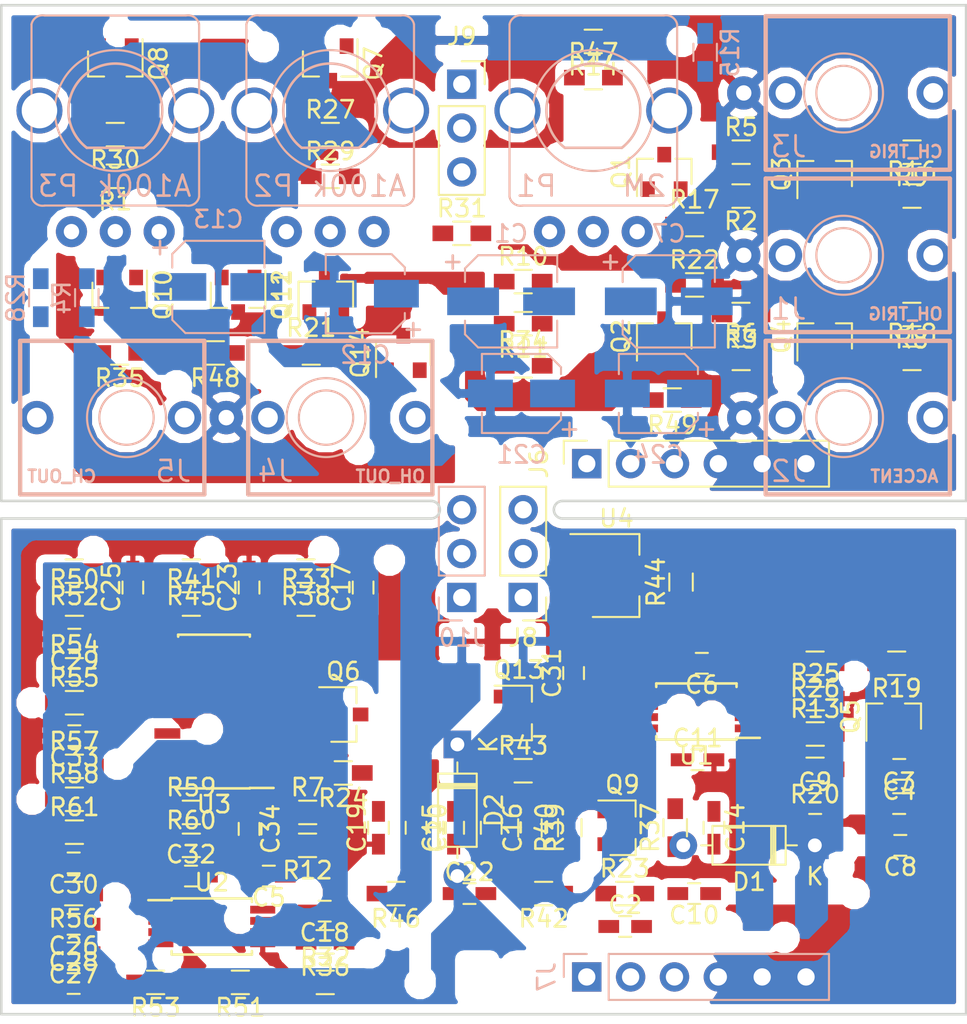
<source format=kicad_pcb>
(kicad_pcb (version 20171130) (host pcbnew "(5.0.1)-4")
  (layers (0 F.Cu signal) (31 B.Cu signal) (34 B.Paste user) (35 F.Paste user) (36 B.SilkS user) (37 F.SilkS user) (38 B.Mask user) (39 F.Mask user) (44 Edge.Cuts user))
  (net 0 "")
  (net 1 "Net-(C1-Pad1)")
  (net 2 "Net-(C3-Pad2)")
  (net 3 "Net-(C4-Pad2)")
  (net 4 NOISE)
  (net 5 "Net-(C5-Pad1)")
  (net 6 GND)
  (net 7 -12V)
  (net 8 "Net-(C7-Pad1)")
  (net 9 "Net-(C8-Pad2)")
  (net 10 "Net-(C10-Pad2)")
  (net 11 "Net-(C10-Pad1)")
  (net 12 +12V)
  (net 13 "Net-(C12-Pad1)")
  (net 14 "Net-(C13-Pad1)")
  (net 15 "Net-(C15-Pad2)")
  (net 16 "Net-(C16-Pad2)")
  (net 17 "Net-(C17-Pad1)")
  (net 18 "Net-(C18-Pad1)")
  (net 19 "Net-(C19-Pad2)")
  (net 20 "Net-(C22-Pad2)")
  (net 21 "Net-(C22-Pad1)")
  (net 22 "Net-(C23-Pad1)")
  (net 23 "Net-(C24-Pad1)")
  (net 24 "Net-(C25-Pad1)")
  (net 25 "Net-(C26-Pad1)")
  (net 26 "Net-(C26-Pad2)")
  (net 27 "Net-(C29-Pad1)")
  (net 28 "Net-(C30-Pad2)")
  (net 29 "Net-(C30-Pad1)")
  (net 30 +5V)
  (net 31 "Net-(C33-Pad1)")
  (net 32 "Net-(C34-Pad1)")
  (net 33 "Net-(P1-Pad2)")
  (net 34 "Net-(Q8-Pad1)")
  (net 35 "Net-(Q8-Pad2)")
  (net 36 "Net-(Q3-Pad3)")
  (net 37 "Net-(Q4-Pad3)")
  (net 38 "Net-(R12-Pad1)")
  (net 39 "Net-(Q2-Pad3)")
  (net 40 "Net-(Q7-Pad3)")
  (net 41 "Net-(Q1-Pad3)")
  (net 42 "Net-(Q14-Pad3)")
  (net 43 "Net-(R25-Pad1)")
  (net 44 "Net-(R32-Pad2)")
  (net 45 "Net-(R33-Pad1)")
  (net 46 "Net-(Q11-Pad3)")
  (net 47 "Net-(R41-Pad1)")
  (net 48 "Net-(R44-Pad1)")
  (net 49 "Net-(R50-Pad1)")
  (net 50 "Net-(R54-Pad1)")
  (net 51 "Net-(R57-Pad1)")
  (net 52 "Net-(R59-Pad1)")
  (net 53 "Net-(U2-Pad6)")
  (net 54 OH_LVL1)
  (net 55 OH_LVL2)
  (net 56 TO_OH)
  (net 57 CH_LVL1)
  (net 58 CH_LVL2)
  (net 59 TO_CH)
  (net 60 "Net-(C21-Pad1)")
  (net 61 "Net-(J1-PadT)")
  (net 62 "Net-(J1-PadTN)")
  (net 63 "Net-(J2-PadT)")
  (net 64 "Net-(J2-PadTN)")
  (net 65 "Net-(J3-PadTN)")
  (net 66 "Net-(J3-PadT)")
  (net 67 "Net-(J4-PadTN)")
  (net 68 "Net-(J4-PadT)")
  (net 69 "Net-(J5-PadT)")
  (net 70 "Net-(J5-PadTN)")
  (net 71 "Net-(Q1-Pad1)")
  (net 72 "Net-(Q2-Pad1)")
  (net 73 "Net-(Q3-Pad1)")
  (net 74 "Net-(Q4-Pad1)")
  (net 75 "Net-(Q6-Pad2)")
  (net 76 "Net-(Q7-Pad1)")
  (net 77 "Net-(Q10-Pad1)")
  (net 78 "Net-(Q11-Pad1)")
  (net 79 "Net-(Q12-Pad1)")
  (net 80 "Net-(Q13-Pad2)")
  (net 81 "Net-(Q14-Pad1)")
  (module Capacitors_SMD:CP_Elec_5x5.8 (layer B.Cu) (at 118.4275 80.645)
    (fp_text reference C1 (at 0 -3.92) (layer B.SilkS) (effects (justify mirror)))
    (fp_text value 33u)
    (fp_text user + (at -3.38 -2.35) (layer B.SilkS) (effects (justify mirror)))
    (pad 1 smd rect (at -2.2 0 180) (size 3 1.6) (layers B.Cu B.Paste B.Mask) (net 1 "Net-(C1-Pad1)"))
    (pad 2 smd rect (at 2.2 0 180) (size 3 1.6) (layers B.Cu B.Paste B.Mask) (net 54 OH_LVL1))
  )
  (module Capacitors_SMD:C_0603_HandSoldering (layer F.Cu) (at 125.034 116.84)
    (fp_text reference C2 (at 0 -1.25) (layer F.SilkS))
    (fp_text value 220p)
    (pad 1 smd rect (at -0.95 0) (size 1.2 0.75) (layers F.Cu F.Paste F.Mask) (net 54 OH_LVL1))
    (pad 2 smd rect (at 0.95 0) (size 1.2 0.75) (layers F.Cu F.Paste F.Mask) (net 55 OH_LVL2))
  )
  (module Capacitors_SMD:C_0603_HandSoldering (layer F.Cu) (at 140.904 109.7238)
    (fp_text reference C3 (at 0 -1.25) (layer F.SilkS))
    (fp_text value 1n5)
    (pad 1 smd rect (at -0.95 0) (size 1.2 0.75) (layers F.Cu F.Paste F.Mask) (net 56 TO_OH))
    (pad 2 smd rect (at 0.95 0) (size 1.2 0.75) (layers F.Cu F.Paste F.Mask) (net 2 "Net-(C3-Pad2)"))
  )
  (module Capacitors_SMD:C_0603_HandSoldering (layer F.Cu) (at 140.909 107.7416 180)
    (fp_text reference C4 (at 0 -1.25 180) (layer F.SilkS))
    (fp_text value 1n5)
    (pad 1 smd rect (at -0.95 0 180) (size 1.2 0.75) (layers F.Cu F.Paste F.Mask) (net 2 "Net-(C3-Pad2)"))
    (pad 2 smd rect (at 0.95 0 180) (size 1.2 0.75) (layers F.Cu F.Paste F.Mask) (net 3 "Net-(C4-Pad2)"))
  )
  (module Capacitors_SMD:C_0603_HandSoldering (layer F.Cu) (at 104.394 113.919 180)
    (fp_text reference C5 (at 0 -1.25 180) (layer F.SilkS))
    (fp_text value 22n)
    (pad 1 smd rect (at -0.95 0 180) (size 1.2 0.75) (layers F.Cu F.Paste F.Mask) (net 5 "Net-(C5-Pad1)"))
    (pad 2 smd rect (at 0.95 0 180) (size 1.2 0.75) (layers F.Cu F.Paste F.Mask) (net 4 NOISE))
  )
  (module Capacitors_SMD:C_0603_HandSoldering (layer F.Cu) (at 129.474 101.6 180)
    (fp_text reference C6 (at 0 -1.25 180) (layer F.SilkS))
    (fp_text value 100n)
    (pad 1 smd rect (at -0.95 0 180) (size 1.2 0.75) (layers F.Cu F.Paste F.Mask) (net 12 +12V))
    (pad 2 smd rect (at 0.95 0 180) (size 1.2 0.75) (layers F.Cu F.Paste F.Mask) (net 6 GND))
  )
  (module Capacitors_SMD:CP_Elec_5x5.8 (layer B.Cu) (at 127.5585 80.645)
    (fp_text reference C7 (at 0 -3.92) (layer B.SilkS) (effects (justify mirror)))
    (fp_text value 47u)
    (fp_text user + (at -3.38 -2.35) (layer B.SilkS) (effects (justify mirror)))
    (pad 1 smd rect (at -2.2 0 180) (size 3 1.6) (layers B.Cu B.Paste B.Mask) (net 8 "Net-(C7-Pad1)"))
    (pad 2 smd rect (at 2.2 0 180) (size 3 1.6) (layers B.Cu B.Paste B.Mask) (net 6 GND))
  )
  (module Capacitors_SMD:C_0603_HandSoldering (layer F.Cu) (at 140.97 112.141 180)
    (fp_text reference C8 (at 0 -1.25 180) (layer F.SilkS))
    (fp_text value 1n5)
    (pad 1 smd rect (at -0.95 0 180) (size 1.2 0.75) (layers F.Cu F.Paste F.Mask) (net 6 GND))
    (pad 2 smd rect (at 0.95 0 180) (size 1.2 0.75) (layers F.Cu F.Paste F.Mask) (net 9 "Net-(C8-Pad2)"))
  )
  (module Capacitors_SMD:C_0603_HandSoldering (layer F.Cu) (at 136.0375 109.7238)
    (fp_text reference C9 (at 0 -1.25) (layer F.SilkS))
    (fp_text value 1n5)
    (pad 1 smd rect (at -0.95 0) (size 1.2 0.75) (layers F.Cu F.Paste F.Mask) (net 6 GND))
    (pad 2 smd rect (at 0.95 0) (size 1.2 0.75) (layers F.Cu F.Paste F.Mask) (net 56 TO_OH))
  )
  (module Capacitors_SMD:C_0603_HandSoldering (layer F.Cu) (at 129.032 114.935 180)
    (fp_text reference C10 (at 0 -1.25 180) (layer F.SilkS))
    (fp_text value 470p)
    (pad 1 smd rect (at -0.95 0 180) (size 1.2 0.75) (layers F.Cu F.Paste F.Mask) (net 11 "Net-(C10-Pad1)"))
    (pad 2 smd rect (at 0.95 0 180) (size 1.2 0.75) (layers F.Cu F.Paste F.Mask) (net 10 "Net-(C10-Pad2)"))
  )
  (module Capacitors_SMD:C_0603_HandSoldering (layer F.Cu) (at 129.225 107.188)
    (fp_text reference C11 (at 0 -1.25) (layer F.SilkS))
    (fp_text value 100n)
    (pad 1 smd rect (at -0.95 0) (size 1.2 0.75) (layers F.Cu F.Paste F.Mask) (net 6 GND))
    (pad 2 smd rect (at 0.95 0) (size 1.2 0.75) (layers F.Cu F.Paste F.Mask) (net 7 -12V))
  )
  (module Capacitors_SMD:CP_Elec_4x5.8 (layer B.Cu) (at 109.982 80.2005 180)
    (fp_text reference C12 (at 0 -3.54 180) (layer B.SilkS) (effects (justify mirror)))
    (fp_text value 0.47u)
    (fp_text user + (at -2.78 -2.01 180) (layer B.SilkS) (effects (justify mirror)))
    (pad 1 smd rect (at -1.8 0) (size 2.6 1.6) (layers B.Cu B.Paste B.Mask) (net 13 "Net-(C12-Pad1)"))
    (pad 2 smd rect (at 1.8 0) (size 2.6 1.6) (layers B.Cu B.Paste B.Mask) (net 6 GND))
  )
  (module Capacitors_SMD:CP_Elec_5x5.8 (layer B.Cu) (at 101.473 79.8105)
    (fp_text reference C13 (at 0 -3.92) (layer B.SilkS) (effects (justify mirror)))
    (fp_text value 33u)
    (fp_text user + (at -3.38 -2.35) (layer B.SilkS) (effects (justify mirror)))
    (pad 1 smd rect (at -2.2 0 180) (size 3 1.6) (layers B.Cu B.Paste B.Mask) (net 14 "Net-(C13-Pad1)"))
    (pad 2 smd rect (at 2.2 0 180) (size 3 1.6) (layers B.Cu B.Paste B.Mask) (net 57 CH_LVL1))
  )
  (module Capacitors_SMD:C_0603_HandSoldering (layer F.Cu) (at 130.175 111.125 270)
    (fp_text reference C14 (at 0 -1.25 270) (layer F.SilkS))
    (fp_text value 220p)
    (pad 1 smd rect (at -0.95 0 270) (size 1.2 0.75) (layers F.Cu F.Paste F.Mask) (net 57 CH_LVL1))
    (pad 2 smd rect (at 0.95 0 270) (size 1.2 0.75) (layers F.Cu F.Paste F.Mask) (net 58 CH_LVL2))
  )
  (module Capacitors_SMD:C_0603_HandSoldering (layer F.Cu) (at 115.0988 111.125 90)
    (fp_text reference C15 (at 0 -1.25 90) (layer F.SilkS))
    (fp_text value 1n)
    (pad 1 smd rect (at -0.95 0 90) (size 1.2 0.75) (layers F.Cu F.Paste F.Mask) (net 59 TO_CH))
    (pad 2 smd rect (at 0.95 0 90) (size 1.2 0.75) (layers F.Cu F.Paste F.Mask) (net 15 "Net-(C15-Pad2)"))
  )
  (module Capacitors_SMD:C_0603_HandSoldering (layer F.Cu) (at 117.2762 111.125 270)
    (fp_text reference C16 (at 0 -1.25 270) (layer F.SilkS))
    (fp_text value 1n)
    (pad 1 smd rect (at -0.95 0 270) (size 1.2 0.75) (layers F.Cu F.Paste F.Mask) (net 15 "Net-(C15-Pad2)"))
    (pad 2 smd rect (at 0.95 0 270) (size 1.2 0.75) (layers F.Cu F.Paste F.Mask) (net 16 "Net-(C16-Pad2)"))
  )
  (module Capacitors_SMD:C_0603_HandSoldering (layer F.Cu) (at 109.855 97.216 90)
    (fp_text reference C17 (at 0 -1.25 90) (layer F.SilkS))
    (fp_text value 22n)
    (pad 1 smd rect (at -0.95 0 90) (size 1.2 0.75) (layers F.Cu F.Paste F.Mask) (net 17 "Net-(C17-Pad1)"))
    (pad 2 smd rect (at 0.95 0 90) (size 1.2 0.75) (layers F.Cu F.Paste F.Mask) (net 6 GND))
  )
  (module Capacitors_SMD:C_0603_HandSoldering (layer F.Cu) (at 107.63 115.951 180)
    (fp_text reference C18 (at 0 -1.25 180) (layer F.SilkS))
    (fp_text value 22n)
    (pad 1 smd rect (at -0.95 0 180) (size 1.2 0.75) (layers F.Cu F.Paste F.Mask) (net 18 "Net-(C18-Pad1)"))
    (pad 2 smd rect (at 0.95 0 180) (size 1.2 0.75) (layers F.Cu F.Paste F.Mask) (net 4 NOISE))
  )
  (module Capacitors_SMD:C_0603_HandSoldering (layer F.Cu) (at 110.744 111.125 90)
    (fp_text reference C19 (at 0 -1.25 90) (layer F.SilkS))
    (fp_text value 1n5)
    (pad 1 smd rect (at -0.95 0 90) (size 1.2 0.75) (layers F.Cu F.Paste F.Mask) (net 6 GND))
    (pad 2 smd rect (at 0.95 0 90) (size 1.2 0.75) (layers F.Cu F.Paste F.Mask) (net 19 "Net-(C19-Pad2)"))
  )
  (module Capacitors_SMD:C_0603_HandSoldering (layer F.Cu) (at 112.9214 111.125 270)
    (fp_text reference C20 (at 0 -1.25 270) (layer F.SilkS))
    (fp_text value 1n5)
    (pad 1 smd rect (at -0.95 0 270) (size 1.2 0.75) (layers F.Cu F.Paste F.Mask) (net 6 GND))
    (pad 2 smd rect (at 0.95 0 270) (size 1.2 0.75) (layers F.Cu F.Paste F.Mask) (net 59 TO_CH))
  )
  (module Capacitors_SMD:CP_Elec_4x5.8 (layer B.Cu) (at 119.0275 85.979 180)
    (fp_text reference C21 (at 0 -3.54 180) (layer B.SilkS) (effects (justify mirror)))
    (fp_text value 10u)
    (fp_text user + (at -2.78 -2.01 180) (layer B.SilkS) (effects (justify mirror)))
    (pad 1 smd rect (at -1.8 0) (size 2.6 1.6) (layers B.Cu B.Paste B.Mask) (net 60 "Net-(C21-Pad1)"))
    (pad 2 smd rect (at 1.8 0) (size 2.6 1.6) (layers B.Cu B.Paste B.Mask) (net 6 GND))
  )
  (module Capacitors_SMD:C_0603_HandSoldering (layer F.Cu) (at 116.017 114.935)
    (fp_text reference C22 (at 0 -1.25) (layer F.SilkS))
    (fp_text value 470p)
    (pad 1 smd rect (at -0.95 0) (size 1.2 0.75) (layers F.Cu F.Paste F.Mask) (net 21 "Net-(C22-Pad1)"))
    (pad 2 smd rect (at 0.95 0) (size 1.2 0.75) (layers F.Cu F.Paste F.Mask) (net 20 "Net-(C22-Pad2)"))
  )
  (module Capacitors_SMD:C_0603_HandSoldering (layer F.Cu) (at 103.251 97.216 90)
    (fp_text reference C23 (at 0 -1.25 90) (layer F.SilkS))
    (fp_text value 18n)
    (pad 1 smd rect (at -0.95 0 90) (size 1.2 0.75) (layers F.Cu F.Paste F.Mask) (net 22 "Net-(C23-Pad1)"))
    (pad 2 smd rect (at 0.95 0 90) (size 1.2 0.75) (layers F.Cu F.Paste F.Mask) (net 6 GND))
  )
  (module Capacitors_SMD:CP_Elec_4x5.8 (layer B.Cu) (at 126.9585 85.979 180)
    (fp_text reference C24 (at 0 -3.54 180) (layer B.SilkS) (effects (justify mirror)))
    (fp_text value 0.47u)
    (fp_text user + (at -2.78 -2.01 180) (layer B.SilkS) (effects (justify mirror)))
    (pad 1 smd rect (at -1.8 0) (size 2.6 1.6) (layers B.Cu B.Paste B.Mask) (net 23 "Net-(C24-Pad1)"))
    (pad 2 smd rect (at 1.8 0) (size 2.6 1.6) (layers B.Cu B.Paste B.Mask) (net 6 GND))
  )
  (module Capacitors_SMD:C_0603_HandSoldering (layer F.Cu) (at 96.52 97.216 90)
    (fp_text reference C25 (at 0 -1.25 90) (layer F.SilkS))
    (fp_text value 18n)
    (pad 1 smd rect (at -0.95 0 90) (size 1.2 0.75) (layers F.Cu F.Paste F.Mask) (net 24 "Net-(C25-Pad1)"))
    (pad 2 smd rect (at 0.95 0 90) (size 1.2 0.75) (layers F.Cu F.Paste F.Mask) (net 6 GND))
  )
  (module Capacitors_SMD:C_0603_HandSoldering (layer F.Cu) (at 93.091 116.713 180)
    (fp_text reference C26 (at 0 -1.25 180) (layer F.SilkS))
    (fp_text value 3n3)
    (pad 1 smd rect (at -0.95 0 180) (size 1.2 0.75) (layers F.Cu F.Paste F.Mask) (net 25 "Net-(C26-Pad1)"))
    (pad 2 smd rect (at 0.95 0 180) (size 1.2 0.75) (layers F.Cu F.Paste F.Mask) (net 26 "Net-(C26-Pad2)"))
  )
  (module Capacitors_SMD:C_0603_HandSoldering (layer F.Cu) (at 93.091 118.364 180)
    (fp_text reference C27 (at 0 -1.25 180) (layer F.SilkS))
    (fp_text value 3n3)
    (pad 1 smd rect (at -0.95 0 180) (size 1.2 0.75) (layers F.Cu F.Paste F.Mask) (net 4 NOISE))
    (pad 2 smd rect (at 0.95 0 180) (size 1.2 0.75) (layers F.Cu F.Paste F.Mask) (net 25 "Net-(C26-Pad1)"))
  )
  (module Capacitors_SMD:C_0603_HandSoldering (layer F.Cu) (at 93.091 120.142)
    (fp_text reference C28 (at 0 -1.25) (layer F.SilkS))
    (fp_text value 100n)
    (pad 1 smd rect (at -0.95 0) (size 1.2 0.75) (layers F.Cu F.Paste F.Mask) (net 6 GND))
    (pad 2 smd rect (at 0.95 0) (size 1.2 0.75) (layers F.Cu F.Paste F.Mask) (net 12 +12V))
  )
  (module Capacitors_SMD:C_0603_HandSoldering (layer F.Cu) (at 93.129 100.203 180)
    (fp_text reference C29 (at 0 -1.25 180) (layer F.SilkS))
    (fp_text value 10n)
    (pad 1 smd rect (at -0.95 0 180) (size 1.2 0.75) (layers F.Cu F.Paste F.Mask) (net 27 "Net-(C29-Pad1)"))
    (pad 2 smd rect (at 0.95 0 180) (size 1.2 0.75) (layers F.Cu F.Paste F.Mask) (net 6 GND))
  )
  (module Capacitors_SMD:C_0603_HandSoldering (layer F.Cu) (at 93.091 113.157 180)
    (fp_text reference C30 (at 0 -1.25 180) (layer F.SilkS))
    (fp_text value 1n)
    (pad 1 smd rect (at -0.95 0 180) (size 1.2 0.75) (layers F.Cu F.Paste F.Mask) (net 29 "Net-(C30-Pad1)"))
    (pad 2 smd rect (at 0.95 0 180) (size 1.2 0.75) (layers F.Cu F.Paste F.Mask) (net 28 "Net-(C30-Pad2)"))
  )
  (module Capacitors_SMD:C_0603_HandSoldering (layer F.Cu) (at 122.047 102.169 90)
    (fp_text reference C31 (at 0 -1.25 90) (layer F.SilkS))
    (fp_text value 2.2u)
    (pad 1 smd rect (at -0.95 0 90) (size 1.2 0.75) (layers F.Cu F.Paste F.Mask) (net 6 GND))
    (pad 2 smd rect (at 0.95 0 90) (size 1.2 0.75) (layers F.Cu F.Paste F.Mask) (net 30 +5V))
  )
  (module Capacitors_SMD:C_0603_HandSoldering (layer F.Cu) (at 99.888 113.919)
    (fp_text reference C32 (at 0 -1.25) (layer F.SilkS))
    (fp_text value 100n)
    (pad 1 smd rect (at -0.95 0) (size 1.2 0.75) (layers F.Cu F.Paste F.Mask) (net 7 -12V))
    (pad 2 smd rect (at 0.95 0) (size 1.2 0.75) (layers F.Cu F.Paste F.Mask) (net 6 GND))
  )
  (module Capacitors_SMD:C_0603_HandSoldering (layer F.Cu) (at 93.129 105.791 180)
    (fp_text reference C33 (at 0 -1.25 180) (layer F.SilkS))
    (fp_text value 10n)
    (pad 1 smd rect (at -0.95 0 180) (size 1.2 0.75) (layers F.Cu F.Paste F.Mask) (net 31 "Net-(C33-Pad1)"))
    (pad 2 smd rect (at 0.95 0 180) (size 1.2 0.75) (layers F.Cu F.Paste F.Mask) (net 6 GND))
  )
  (module Capacitors_SMD:C_0603_HandSoldering (layer F.Cu) (at 103.251 111.191 270)
    (fp_text reference C34 (at 0 -1.25 270) (layer F.SilkS))
    (fp_text value 18n)
    (pad 1 smd rect (at -0.95 0 270) (size 1.2 0.75) (layers F.Cu F.Paste F.Mask) (net 32 "Net-(C34-Pad1)"))
    (pad 2 smd rect (at 0.95 0 270) (size 1.2 0.75) (layers F.Cu F.Paste F.Mask) (net 6 GND))
  )
  (module Resistors_SMD:R_0603_HandSoldering (layer F.Cu) (at 95.498837 73.406 180)
    (fp_text reference R1 (at 0 -1.45 180) (layer F.SilkS))
    (fp_text value 33k)
    (pad 1 smd rect (at -1.1 0 180) (size 1.2 0.9) (layers F.Cu F.Paste F.Mask) (net 56 TO_OH))
    (pad 2 smd rect (at 1.1 0 180) (size 1.2 0.9) (layers F.Cu F.Paste F.Mask) (net 35 "Net-(Q8-Pad2)"))
  )
  (module Resistors_SMD:R_0603_HandSoldering (layer F.Cu) (at 131.742 74.549 180)
    (fp_text reference R2 (at 0 -1.45 180) (layer F.SilkS))
    (fp_text value 4k7)
    (pad 1 smd rect (at -1.1 0 180) (size 1.2 0.9) (layers F.Cu F.Paste F.Mask) (net 63 "Net-(J2-PadT)"))
    (pad 2 smd rect (at 1.1 0 180) (size 1.2 0.9) (layers F.Cu F.Paste F.Mask) (net 71 "Net-(Q1-Pad1)"))
  )
  (module Resistors_SMD:R_0603_HandSoldering (layer F.Cu) (at 131.742 81.407 180)
    (fp_text reference R3 (at 0 -1.45 180) (layer F.SilkS))
    (fp_text value 4k7)
    (pad 1 smd rect (at -1.1 0 180) (size 1.2 0.9) (layers F.Cu F.Paste F.Mask) (net 63 "Net-(J2-PadT)"))
    (pad 2 smd rect (at 1.1 0 180) (size 1.2 0.9) (layers F.Cu F.Paste F.Mask) (net 72 "Net-(Q2-Pad1)"))
  )
  (module Resistors_SMD:R_0603_HandSoldering (layer B.Cu) (at 93.853 80.434 270)
    (fp_text reference R4 (at 0 1.45 270) (layer B.SilkS) (effects (justify mirror)))
    (fp_text value 1k)
    (pad 2 smd rect (at 1.1 0 270) (size 1.2 0.9) (layers B.Cu B.Paste B.Mask) (net 68 "Net-(J4-PadT)"))
    (pad 1 smd rect (at -1.1 0 270) (size 1.2 0.9) (layers B.Cu B.Paste B.Mask) (net 55 OH_LVL2))
  )
  (module Resistors_SMD:R_0603_HandSoldering (layer F.Cu) (at 131.752 72.009)
    (fp_text reference R5 (at 0 -1.45) (layer F.SilkS))
    (fp_text value 22k)
    (pad 1 smd rect (at -1.1 0) (size 1.2 0.9) (layers F.Cu F.Paste F.Mask) (net 71 "Net-(Q1-Pad1)"))
    (pad 2 smd rect (at 1.1 0) (size 1.2 0.9) (layers F.Cu F.Paste F.Mask) (net 36 "Net-(Q3-Pad3)"))
  )
  (module Resistors_SMD:R_0603_HandSoldering (layer F.Cu) (at 131.752 83.947)
    (fp_text reference R6 (at 0 -1.45) (layer F.SilkS))
    (fp_text value 22k)
    (pad 1 smd rect (at -1.1 0) (size 1.2 0.9) (layers F.Cu F.Paste F.Mask) (net 72 "Net-(Q2-Pad1)"))
    (pad 2 smd rect (at 1.1 0) (size 1.2 0.9) (layers F.Cu F.Paste F.Mask) (net 37 "Net-(Q4-Pad3)"))
  )
  (module Resistors_SMD:R_0603_HandSoldering (layer F.Cu) (at 106.647 110.236)
    (fp_text reference R7 (at 0 -1.45) (layer F.SilkS))
    (fp_text value 1M)
    (pad 1 smd rect (at -1.1 0) (size 1.2 0.9) (layers F.Cu F.Paste F.Mask) (net 12 +12V))
    (pad 2 smd rect (at 1.1 0) (size 1.2 0.9) (layers F.Cu F.Paste F.Mask) (net 38 "Net-(R12-Pad1)"))
  )
  (module Resistors_SMD:R_0603_HandSoldering (layer F.Cu) (at 141.638 81.407 180)
    (fp_text reference R8 (at 0 -1.45 180) (layer F.SilkS))
    (fp_text value 22k)
    (pad 1 smd rect (at -1.1 0 180) (size 1.2 0.9) (layers F.Cu F.Paste F.Mask) (net 61 "Net-(J1-PadT)"))
    (pad 2 smd rect (at 1.1 0 180) (size 1.2 0.9) (layers F.Cu F.Paste F.Mask) (net 74 "Net-(Q4-Pad1)"))
  )
  (module Resistors_SMD:R_0603_HandSoldering (layer F.Cu) (at 141.648 72.009 180)
    (fp_text reference R9 (at 0 -1.45 180) (layer F.SilkS))
    (fp_text value 22k)
    (pad 1 smd rect (at -1.1 0 180) (size 1.2 0.9) (layers F.Cu F.Paste F.Mask) (net 66 "Net-(J3-PadT)"))
    (pad 2 smd rect (at 1.1 0 180) (size 1.2 0.9) (layers F.Cu F.Paste F.Mask) (net 73 "Net-(Q3-Pad1)"))
  )
  (module Resistors_SMD:R_0603_HandSoldering (layer F.Cu) (at 119.126 79.502)
    (fp_text reference R10 (at 0 -1.45) (layer F.SilkS))
    (fp_text value 22k)
    (pad 1 smd rect (at -1.1 0) (size 1.2 0.9) (layers F.Cu F.Paste F.Mask) (net 39 "Net-(Q2-Pad3)"))
    (pad 2 smd rect (at 1.1 0) (size 1.2 0.9) (layers F.Cu F.Paste F.Mask) (net 77 "Net-(Q10-Pad1)"))
  )
  (module Resistors_SMD:R_0603_HandSoldering (layer F.Cu) (at 119.126 81.93995 180)
    (fp_text reference R11 (at 0 -1.45 180) (layer F.SilkS))
    (fp_text value 10k)
    (pad 1 smd rect (at -1.1 0 180) (size 1.2 0.9) (layers F.Cu F.Paste F.Mask) (net 39 "Net-(Q2-Pad3)"))
    (pad 2 smd rect (at 1.1 0 180) (size 1.2 0.9) (layers F.Cu F.Paste F.Mask) (net 76 "Net-(Q7-Pad1)"))
  )
  (module Resistors_SMD:R_0603_HandSoldering (layer F.Cu) (at 106.637 112.141 180)
    (fp_text reference R12 (at 0 -1.45 180) (layer F.SilkS))
    (fp_text value 1M)
    (pad 1 smd rect (at -1.1 0 180) (size 1.2 0.9) (layers F.Cu F.Paste F.Mask) (net 38 "Net-(R12-Pad1)"))
    (pad 2 smd rect (at 1.1 0 180) (size 1.2 0.9) (layers F.Cu F.Paste F.Mask) (net 5 "Net-(C5-Pad1)"))
  )
  (module Resistors_SMD:R_0603_HandSoldering (layer F.Cu) (at 136.0425 105.6944)
    (fp_text reference R13 (at 0 -1.45) (layer F.SilkS))
    (fp_text value 470k)
    (pad 1 smd rect (at -1.1 0) (size 1.2 0.9) (layers F.Cu F.Paste F.Mask) (net 55 OH_LVL2))
    (pad 2 smd rect (at 1.1 0) (size 1.2 0.9) (layers F.Cu F.Paste F.Mask) (net 54 OH_LVL1))
  )
  (module Resistors_SMD:R_0603_HandSoldering (layer F.Cu) (at 123.184837 65.5955 180)
    (fp_text reference R14 (at 0 -1.45 180) (layer F.SilkS))
    (fp_text value 470)
    (pad 1 smd rect (at -1.1 0 180) (size 1.2 0.9) (layers F.Cu F.Paste F.Mask) (net 8 "Net-(C7-Pad1)"))
    (pad 2 smd rect (at 1.1 0 180) (size 1.2 0.9) (layers F.Cu F.Paste F.Mask) (net 40 "Net-(Q7-Pad3)"))
  )
  (module Resistors_SMD:R_0603_HandSoldering (layer B.Cu) (at 129.667 66.2305 90)
    (fp_text reference R15 (at 0 1.45 90) (layer B.SilkS) (effects (justify mirror)))
    (fp_text value 100)
    (pad 1 smd rect (at -1.1 0 90) (size 1.2 0.9) (layers B.Cu B.Paste B.Mask) (net 12 +12V))
    (pad 2 smd rect (at 1.1 0 90) (size 1.2 0.9) (layers B.Cu B.Paste B.Mask) (net 8 "Net-(C7-Pad1)"))
  )
  (module Resistors_SMD:R_0603_HandSoldering (layer F.Cu) (at 141.648 74.549)
    (fp_text reference R16 (at 0 -1.45) (layer F.SilkS))
    (fp_text value 10k)
    (pad 1 smd rect (at -1.1 0) (size 1.2 0.9) (layers F.Cu F.Paste F.Mask) (net 73 "Net-(Q3-Pad1)"))
    (pad 2 smd rect (at 1.1 0) (size 1.2 0.9) (layers F.Cu F.Paste F.Mask) (net 6 GND))
  )
  (module Resistors_SMD:R_0603_HandSoldering (layer F.Cu) (at 129.0525 76.2)
    (fp_text reference R17 (at 0 -1.45) (layer F.SilkS))
    (fp_text value 22k)
    (pad 1 smd rect (at -1.1 0) (size 1.2 0.9) (layers F.Cu F.Paste F.Mask) (net 41 "Net-(Q1-Pad3)"))
    (pad 2 smd rect (at 1.1 0) (size 1.2 0.9) (layers F.Cu F.Paste F.Mask) (net 6 GND))
  )
  (module Resistors_SMD:R_0603_HandSoldering (layer F.Cu) (at 141.648 83.947)
    (fp_text reference R18 (at 0 -1.45) (layer F.SilkS))
    (fp_text value 10k)
    (pad 1 smd rect (at -1.1 0) (size 1.2 0.9) (layers F.Cu F.Paste F.Mask) (net 74 "Net-(Q4-Pad1)"))
    (pad 2 smd rect (at 1.1 0) (size 1.2 0.9) (layers F.Cu F.Paste F.Mask) (net 6 GND))
  )
  (module Resistors_SMD:R_0603_HandSoldering (layer F.Cu) (at 140.759 101.6 180)
    (fp_text reference R19 (at 0 -1.45 180) (layer F.SilkS))
    (fp_text value 2k7)
    (pad 1 smd rect (at -1.1 0 180) (size 1.2 0.9) (layers F.Cu F.Paste F.Mask) (net 2 "Net-(C3-Pad2)"))
    (pad 2 smd rect (at 1.1 0 180) (size 1.2 0.9) (layers F.Cu F.Paste F.Mask) (net 11 "Net-(C10-Pad1)"))
  )
  (module Resistors_SMD:R_0603_HandSoldering (layer F.Cu) (at 136.0325 107.7416 180)
    (fp_text reference R20 (at 0 -1.45 180) (layer F.SilkS))
    (fp_text value 68k)
    (pad 1 smd rect (at -1.1 0 180) (size 1.2 0.9) (layers F.Cu F.Paste F.Mask) (net 3 "Net-(C4-Pad2)"))
    (pad 2 smd rect (at 1.1 0 180) (size 1.2 0.9) (layers F.Cu F.Paste F.Mask) (net 6 GND))
  )
  (module Resistors_SMD:R_0603_HandSoldering (layer F.Cu) (at 106.85 83.632)
    (fp_text reference R21 (at 0 -1.45) (layer F.SilkS))
    (fp_text value 470)
    (pad 1 smd rect (at -1.1 0) (size 1.2 0.9) (layers F.Cu F.Paste F.Mask) (net 8 "Net-(C7-Pad1)"))
    (pad 2 smd rect (at 1.1 0) (size 1.2 0.9) (layers F.Cu F.Paste F.Mask) (net 42 "Net-(Q14-Pad3)"))
  )
  (module Resistors_SMD:R_0603_HandSoldering (layer F.Cu) (at 129.0525 79.6925)
    (fp_text reference R22 (at 0 -1.45) (layer F.SilkS))
    (fp_text value 10k)
    (pad 1 smd rect (at -1.1 0) (size 1.2 0.9) (layers F.Cu F.Paste F.Mask) (net 77 "Net-(Q10-Pad1)"))
    (pad 2 smd rect (at 1.1 0) (size 1.2 0.9) (layers F.Cu F.Paste F.Mask) (net 6 GND))
  )
  (module Resistors_SMD:R_0603_HandSoldering (layer F.Cu) (at 125.011 114.935)
    (fp_text reference R23 (at 0 -1.45) (layer F.SilkS))
    (fp_text value 39k)
    (pad 1 smd rect (at -1.1 0) (size 1.2 0.9) (layers F.Cu F.Paste F.Mask) (net 54 OH_LVL1))
    (pad 2 smd rect (at 1.1 0) (size 1.2 0.9) (layers F.Cu F.Paste F.Mask) (net 10 "Net-(C10-Pad2)"))
  )
  (module Resistors_SMD:R_0603_HandSoldering (layer F.Cu) (at 108.707 107.95 180)
    (fp_text reference R24 (at 0 -1.45 180) (layer F.SilkS))
    (fp_text value 100)
    (pad 1 smd rect (at -1.1 0 180) (size 1.2 0.9) (layers F.Cu F.Paste F.Mask) (net 75 "Net-(Q6-Pad2)"))
    (pad 2 smd rect (at 1.1 0 180) (size 1.2 0.9) (layers F.Cu F.Paste F.Mask) (net 6 GND))
  )
  (module Resistors_SMD:R_0603_HandSoldering (layer F.Cu) (at 136.0425 103.6472)
    (fp_text reference R25 (at 0 -1.45) (layer F.SilkS))
    (fp_text value 47k)
    (pad 1 smd rect (at -1.1 0) (size 1.2 0.9) (layers F.Cu F.Paste F.Mask) (net 43 "Net-(R25-Pad1)"))
    (pad 2 smd rect (at 1.1 0) (size 1.2 0.9) (layers F.Cu F.Paste F.Mask) (net 6 GND))
  )
  (module Resistors_SMD:R_0603_HandSoldering (layer F.Cu) (at 136.0325 101.6 180)
    (fp_text reference R26 (at 0 -1.45 180) (layer F.SilkS))
    (fp_text value 22k)
    (pad 1 smd rect (at -1.1 0 180) (size 1.2 0.9) (layers F.Cu F.Paste F.Mask) (net 11 "Net-(C10-Pad1)"))
    (pad 2 smd rect (at 1.1 0 180) (size 1.2 0.9) (layers F.Cu F.Paste F.Mask) (net 7 -12V))
  )
  (module Resistors_SMD:R_0603_HandSoldering (layer F.Cu) (at 107.954837 70.993)
    (fp_text reference R27 (at 0 -1.45) (layer F.SilkS))
    (fp_text value 33k)
    (pad 1 smd rect (at -1.1 0) (size 1.2 0.9) (layers F.Cu F.Paste F.Mask) (net 34 "Net-(Q8-Pad1)"))
    (pad 2 smd rect (at 1.1 0) (size 1.2 0.9) (layers F.Cu F.Paste F.Mask) (net 13 "Net-(C12-Pad1)"))
  )
  (module Resistors_SMD:R_0603_HandSoldering (layer B.Cu) (at 91.186 80.434 270)
    (fp_text reference R28 (at 0 1.45 270) (layer B.SilkS) (effects (justify mirror)))
    (fp_text value 1k)
    (pad 1 smd rect (at -1.1 0 270) (size 1.2 0.9) (layers B.Cu B.Paste B.Mask) (net 58 CH_LVL2))
    (pad 2 smd rect (at 1.1 0 270) (size 1.2 0.9) (layers B.Cu B.Paste B.Mask) (net 69 "Net-(J5-PadT)"))
  )
  (module Resistors_SMD:R_0603_HandSoldering (layer F.Cu) (at 107.954837 73.406)
    (fp_text reference R29 (at 0 -1.45) (layer F.SilkS))
    (fp_text value 1M)
    (pad 1 smd rect (at -1.1 0) (size 1.2 0.9) (layers F.Cu F.Paste F.Mask) (net 6 GND))
    (pad 2 smd rect (at 1.1 0) (size 1.2 0.9) (layers F.Cu F.Paste F.Mask) (net 13 "Net-(C12-Pad1)"))
  )
  (module Resistors_SMD:R_0603_HandSoldering (layer F.Cu) (at 95.498837 70.993 180)
    (fp_text reference R30 (at 0 -1.45 180) (layer F.SilkS))
    (fp_text value 33k)
    (pad 1 smd rect (at -1.1 0 180) (size 1.2 0.9) (layers F.Cu F.Paste F.Mask) (net 6 GND))
    (pad 2 smd rect (at 1.1 0 180) (size 1.2 0.9) (layers F.Cu F.Paste F.Mask) (net 35 "Net-(Q8-Pad2)"))
  )
  (module Resistors_SMD:R_0603_HandSoldering (layer F.Cu) (at 115.574837 76.708)
    (fp_text reference R31 (at 0 -1.45) (layer F.SilkS))
    (fp_text value 100k)
    (pad 1 smd rect (at -1.1 0) (size 1.2 0.9) (layers F.Cu F.Paste F.Mask) (net 60 "Net-(C21-Pad1)"))
    (pad 2 smd rect (at 1.1 0) (size 1.2 0.9) (layers F.Cu F.Paste F.Mask) (net 33 "Net-(P1-Pad2)"))
  )
  (module Resistors_SMD:R_0603_HandSoldering (layer F.Cu) (at 107.663 120.077)
    (fp_text reference R32 (at 0 -1.45) (layer F.SilkS))
    (fp_text value 1M)
    (pad 1 smd rect (at -1.1 0) (size 1.2 0.9) (layers F.Cu F.Paste F.Mask) (net 12 +12V))
    (pad 2 smd rect (at 1.1 0) (size 1.2 0.9) (layers F.Cu F.Paste F.Mask) (net 44 "Net-(R32-Pad2)"))
  )
  (module Resistors_SMD:R_0603_HandSoldering (layer F.Cu) (at 106.553 98.171)
    (fp_text reference R33 (at 0 -1.45) (layer F.SilkS))
    (fp_text value 300k)
    (pad 1 smd rect (at -1.1 0) (size 1.2 0.9) (layers F.Cu F.Paste F.Mask) (net 45 "Net-(R33-Pad1)"))
    (pad 2 smd rect (at 1.1 0) (size 1.2 0.9) (layers F.Cu F.Paste F.Mask) (net 17 "Net-(C17-Pad1)"))
  )
  (module Resistors_SMD:R_0603_HandSoldering (layer F.Cu) (at 119.126 84.3779)
    (fp_text reference R34 (at 0 -1.45) (layer F.SilkS))
    (fp_text value 100k)
    (pad 1 smd rect (at -1.1 0) (size 1.2 0.9) (layers F.Cu F.Paste F.Mask) (net 46 "Net-(Q11-Pad3)"))
    (pad 2 smd rect (at 1.1 0) (size 1.2 0.9) (layers F.Cu F.Paste F.Mask) (net 13 "Net-(C12-Pad1)"))
  )
  (module Resistors_SMD:R_0603_HandSoldering (layer F.Cu) (at 95.758 83.632 180)
    (fp_text reference R35 (at 0 -1.45 180) (layer F.SilkS))
    (fp_text value 10k)
    (pad 1 smd rect (at -1.1 0 180) (size 1.2 0.9) (layers F.Cu F.Paste F.Mask) (net 78 "Net-(Q11-Pad1)"))
    (pad 2 smd rect (at 1.1 0 180) (size 1.2 0.9) (layers F.Cu F.Paste F.Mask) (net 60 "Net-(C21-Pad1)"))
  )
  (module Resistors_SMD:R_0603_HandSoldering (layer F.Cu) (at 107.653 117.729 180)
    (fp_text reference R36 (at 0 -1.45 180) (layer F.SilkS))
    (fp_text value 1M)
    (pad 1 smd rect (at -1.1 0 180) (size 1.2 0.9) (layers F.Cu F.Paste F.Mask) (net 44 "Net-(R32-Pad2)"))
    (pad 2 smd rect (at 1.1 0 180) (size 1.2 0.9) (layers F.Cu F.Paste F.Mask) (net 18 "Net-(C18-Pad1)"))
  )
  (module Resistors_SMD:R_0603_HandSoldering (layer F.Cu) (at 127.9326 111.12 90)
    (fp_text reference R37 (at 0 -1.45 90) (layer F.SilkS))
    (fp_text value 470k)
    (pad 1 smd rect (at -1.1 0 90) (size 1.2 0.9) (layers F.Cu F.Paste F.Mask) (net 58 CH_LVL2))
    (pad 2 smd rect (at 1.1 0 90) (size 1.2 0.9) (layers F.Cu F.Paste F.Mask) (net 57 CH_LVL1))
  )
  (module Resistors_SMD:R_0603_HandSoldering (layer F.Cu) (at 106.543 96.266 180)
    (fp_text reference R38 (at 0 -1.45 180) (layer F.SilkS))
    (fp_text value 120k)
    (pad 1 smd rect (at -1.1 0 180) (size 1.2 0.9) (layers F.Cu F.Paste F.Mask) (net 28 "Net-(C30-Pad2)"))
    (pad 2 smd rect (at 1.1 0 180) (size 1.2 0.9) (layers F.Cu F.Paste F.Mask) (net 45 "Net-(R33-Pad1)"))
  )
  (module Resistors_SMD:R_0603_HandSoldering (layer F.Cu) (at 119.5186 111.13 270)
    (fp_text reference R39 (at 0 -1.45 270) (layer F.SilkS))
    (fp_text value 2k7)
    (pad 1 smd rect (at -1.1 0 270) (size 1.2 0.9) (layers F.Cu F.Paste F.Mask) (net 15 "Net-(C15-Pad2)"))
    (pad 2 smd rect (at 1.1 0 270) (size 1.2 0.9) (layers F.Cu F.Paste F.Mask) (net 21 "Net-(C22-Pad1)"))
  )
  (module Resistors_SMD:R_0603_HandSoldering (layer F.Cu) (at 121.826 111.12 90)
    (fp_text reference R40 (at 0 -1.45 90) (layer F.SilkS))
    (fp_text value 68k)
    (pad 1 smd rect (at -1.1 0 90) (size 1.2 0.9) (layers F.Cu F.Paste F.Mask) (net 16 "Net-(C16-Pad2)"))
    (pad 2 smd rect (at 1.1 0 90) (size 1.2 0.9) (layers F.Cu F.Paste F.Mask) (net 6 GND))
  )
  (module Resistors_SMD:R_0603_HandSoldering (layer F.Cu) (at 99.906 98.171)
    (fp_text reference R41 (at 0 -1.45) (layer F.SilkS))
    (fp_text value 270k)
    (pad 1 smd rect (at -1.1 0) (size 1.2 0.9) (layers F.Cu F.Paste F.Mask) (net 47 "Net-(R41-Pad1)"))
    (pad 2 smd rect (at 1.1 0) (size 1.2 0.9) (layers F.Cu F.Paste F.Mask) (net 22 "Net-(C23-Pad1)"))
  )
  (module Resistors_SMD:R_0603_HandSoldering (layer F.Cu) (at 120.312 114.935 180)
    (fp_text reference R42 (at 0 -1.45 180) (layer F.SilkS))
    (fp_text value 33k)
    (pad 1 smd rect (at -1.1 0 180) (size 1.2 0.9) (layers F.Cu F.Paste F.Mask) (net 57 CH_LVL1))
    (pad 2 smd rect (at 1.1 0 180) (size 1.2 0.9) (layers F.Cu F.Paste F.Mask) (net 20 "Net-(C22-Pad2)"))
  )
  (module Resistors_SMD:R_0603_HandSoldering (layer F.Cu) (at 119.126 107.823)
    (fp_text reference R43 (at 0 -1.45) (layer F.SilkS))
    (fp_text value 100)
    (pad 1 smd rect (at -1.1 0) (size 1.2 0.9) (layers F.Cu F.Paste F.Mask) (net 80 "Net-(Q13-Pad2)"))
    (pad 2 smd rect (at 1.1 0) (size 1.2 0.9) (layers F.Cu F.Paste F.Mask) (net 6 GND))
  )
  (module Resistors_SMD:R_0603_HandSoldering (layer F.Cu) (at 128.27 96.901 90)
    (fp_text reference R44 (at 0 -1.45 90) (layer F.SilkS))
    (fp_text value 47k)
    (pad 1 smd rect (at -1.1 0 90) (size 1.2 0.9) (layers F.Cu F.Paste F.Mask) (net 48 "Net-(R44-Pad1)"))
    (pad 2 smd rect (at 1.1 0 90) (size 1.2 0.9) (layers F.Cu F.Paste F.Mask) (net 6 GND))
  )
  (module Resistors_SMD:R_0603_HandSoldering (layer F.Cu) (at 99.906 96.266 180)
    (fp_text reference R45 (at 0 -1.45 180) (layer F.SilkS))
    (fp_text value 120k)
    (pad 1 smd rect (at -1.1 0 180) (size 1.2 0.9) (layers F.Cu F.Paste F.Mask) (net 28 "Net-(C30-Pad2)"))
    (pad 2 smd rect (at 1.1 0 180) (size 1.2 0.9) (layers F.Cu F.Paste F.Mask) (net 47 "Net-(R41-Pad1)"))
  )
  (module Resistors_SMD:R_0603_HandSoldering (layer F.Cu) (at 111.76 114.935 180)
    (fp_text reference R46 (at 0 -1.45 180) (layer F.SilkS))
    (fp_text value 22k)
    (pad 1 smd rect (at -1.1 0 180) (size 1.2 0.9) (layers F.Cu F.Paste F.Mask) (net 21 "Net-(C22-Pad1)"))
    (pad 2 smd rect (at 1.1 0 180) (size 1.2 0.9) (layers F.Cu F.Paste F.Mask) (net 7 -12V))
  )
  (module Resistors_SMD:R_0603_HandSoldering (layer F.Cu) (at 123.194837 67.691)
    (fp_text reference R47 (at 0 -1.45) (layer F.SilkS))
    (fp_text value 33k)
    (pad 1 smd rect (at -1.1 0) (size 1.2 0.9) (layers F.Cu F.Paste F.Mask) (net 81 "Net-(Q14-Pad1)"))
    (pad 2 smd rect (at 1.1 0) (size 1.2 0.9) (layers F.Cu F.Paste F.Mask) (net 41 "Net-(Q1-Pad3)"))
  )
  (module Resistors_SMD:R_0603_HandSoldering (layer F.Cu) (at 101.299 83.632 180)
    (fp_text reference R48 (at 0 -1.45 180) (layer F.SilkS))
    (fp_text value 330k)
    (pad 1 smd rect (at -1.1 0 180) (size 1.2 0.9) (layers F.Cu F.Paste F.Mask) (net 23 "Net-(C24-Pad1)"))
    (pad 2 smd rect (at 1.1 0 180) (size 1.2 0.9) (layers F.Cu F.Paste F.Mask) (net 79 "Net-(Q12-Pad1)"))
  )
  (module Resistors_SMD:R_0603_HandSoldering (layer F.Cu) (at 127.762 86.36 180)
    (fp_text reference R49 (at 0 -1.45 180) (layer F.SilkS))
    (fp_text value 33k)
    (pad 1 smd rect (at -1.1 0 180) (size 1.2 0.9) (layers F.Cu F.Paste F.Mask) (net 59 TO_CH))
    (pad 2 smd rect (at 1.1 0 180) (size 1.2 0.9) (layers F.Cu F.Paste F.Mask) (net 23 "Net-(C24-Pad1)"))
  )
  (module Resistors_SMD:R_0603_HandSoldering (layer F.Cu) (at 93.134 98.171)
    (fp_text reference R50 (at 0 -1.45) (layer F.SilkS))
    (fp_text value 220k)
    (pad 1 smd rect (at -1.1 0) (size 1.2 0.9) (layers F.Cu F.Paste F.Mask) (net 49 "Net-(R50-Pad1)"))
    (pad 2 smd rect (at 1.1 0) (size 1.2 0.9) (layers F.Cu F.Paste F.Mask) (net 24 "Net-(C25-Pad1)"))
  )
  (module Resistors_SMD:R_0603_HandSoldering (layer F.Cu) (at 102.745666 120.077 180)
    (fp_text reference R51 (at 0 -1.45 180) (layer F.SilkS))
    (fp_text value 82k)
    (pad 1 smd rect (at -1.1 0 180) (size 1.2 0.9) (layers F.Cu F.Paste F.Mask) (net 4 NOISE))
    (pad 2 smd rect (at 1.1 0 180) (size 1.2 0.9) (layers F.Cu F.Paste F.Mask) (net 26 "Net-(C26-Pad2)"))
  )
  (module Resistors_SMD:R_0603_HandSoldering (layer F.Cu) (at 93.124 96.266 180)
    (fp_text reference R52 (at 0 -1.45 180) (layer F.SilkS))
    (fp_text value 120k)
    (pad 1 smd rect (at -1.1 0 180) (size 1.2 0.9) (layers F.Cu F.Paste F.Mask) (net 28 "Net-(C30-Pad2)"))
    (pad 2 smd rect (at 1.1 0 180) (size 1.2 0.9) (layers F.Cu F.Paste F.Mask) (net 49 "Net-(R50-Pad1)"))
  )
  (module Resistors_SMD:R_0603_HandSoldering (layer F.Cu) (at 97.838333 120.077 180)
    (fp_text reference R53 (at 0 -1.45 180) (layer F.SilkS))
    (fp_text value 560)
    (pad 1 smd rect (at -1.1 0 180) (size 1.2 0.9) (layers F.Cu F.Paste F.Mask) (net 6 GND))
    (pad 2 smd rect (at 1.1 0 180) (size 1.2 0.9) (layers F.Cu F.Paste F.Mask) (net 25 "Net-(C26-Pad1)"))
  )
  (module Resistors_SMD:R_0603_HandSoldering (layer F.Cu) (at 93.134 101.981)
    (fp_text reference R54 (at 0 -1.45) (layer F.SilkS))
    (fp_text value 680k)
    (pad 1 smd rect (at -1.1 0) (size 1.2 0.9) (layers F.Cu F.Paste F.Mask) (net 50 "Net-(R54-Pad1)"))
    (pad 2 smd rect (at 1.1 0) (size 1.2 0.9) (layers F.Cu F.Paste F.Mask) (net 27 "Net-(C29-Pad1)"))
  )
  (module Resistors_SMD:R_0603_HandSoldering (layer F.Cu) (at 93.134 103.886)
    (fp_text reference R55 (at 0 -1.45) (layer F.SilkS))
    (fp_text value 120k)
    (pad 1 smd rect (at -1.1 0) (size 1.2 0.9) (layers F.Cu F.Paste F.Mask) (net 28 "Net-(C30-Pad2)"))
    (pad 2 smd rect (at 1.1 0) (size 1.2 0.9) (layers F.Cu F.Paste F.Mask) (net 50 "Net-(R54-Pad1)"))
  )
  (module Resistors_SMD:R_0603_HandSoldering (layer F.Cu) (at 93.091 114.935 180)
    (fp_text reference R56 (at 0 -1.45 180) (layer F.SilkS))
    (fp_text value 22k)
    (pad 1 smd rect (at -1.1 0 180) (size 1.2 0.9) (layers F.Cu F.Paste F.Mask) (net 26 "Net-(C26-Pad2)"))
    (pad 2 smd rect (at 1.1 0 180) (size 1.2 0.9) (layers F.Cu F.Paste F.Mask) (net 29 "Net-(C30-Pad1)"))
  )
  (module Resistors_SMD:R_0603_HandSoldering (layer F.Cu) (at 93.134 107.569)
    (fp_text reference R57 (at 0 -1.45) (layer F.SilkS))
    (fp_text value 560k)
    (pad 1 smd rect (at -1.1 0) (size 1.2 0.9) (layers F.Cu F.Paste F.Mask) (net 51 "Net-(R57-Pad1)"))
    (pad 2 smd rect (at 1.1 0) (size 1.2 0.9) (layers F.Cu F.Paste F.Mask) (net 31 "Net-(C33-Pad1)"))
  )
  (module Resistors_SMD:R_0603_HandSoldering (layer F.Cu) (at 93.134 109.474)
    (fp_text reference R58 (at 0 -1.45) (layer F.SilkS))
    (fp_text value 120k)
    (pad 1 smd rect (at -1.1 0) (size 1.2 0.9) (layers F.Cu F.Paste F.Mask) (net 28 "Net-(C30-Pad2)"))
    (pad 2 smd rect (at 1.1 0) (size 1.2 0.9) (layers F.Cu F.Paste F.Mask) (net 51 "Net-(R57-Pad1)"))
  )
  (module Resistors_SMD:R_0603_HandSoldering (layer F.Cu) (at 99.906 110.236)
    (fp_text reference R59 (at 0 -1.45) (layer F.SilkS))
    (fp_text value 560k)
    (pad 1 smd rect (at -1.1 0) (size 1.2 0.9) (layers F.Cu F.Paste F.Mask) (net 52 "Net-(R59-Pad1)"))
    (pad 2 smd rect (at 1.1 0) (size 1.2 0.9) (layers F.Cu F.Paste F.Mask) (net 32 "Net-(C34-Pad1)"))
  )
  (module Resistors_SMD:R_0603_HandSoldering (layer F.Cu) (at 99.906 112.141)
    (fp_text reference R60 (at 0 -1.45) (layer F.SilkS))
    (fp_text value 120k)
    (pad 1 smd rect (at -1.1 0) (size 1.2 0.9) (layers F.Cu F.Paste F.Mask) (net 28 "Net-(C30-Pad2)"))
    (pad 2 smd rect (at 1.1 0) (size 1.2 0.9) (layers F.Cu F.Paste F.Mask) (net 52 "Net-(R59-Pad1)"))
  )
  (module Resistors_SMD:R_0603_HandSoldering (layer F.Cu) (at 93.134 111.379)
    (fp_text reference R61 (at 0 -1.45) (layer F.SilkS))
    (fp_text value 1k)
    (pad 1 smd rect (at -1.1 0) (size 1.2 0.9) (layers F.Cu F.Paste F.Mask) (net 6 GND))
    (pad 2 smd rect (at 1.1 0) (size 1.2 0.9) (layers F.Cu F.Paste F.Mask) (net 28 "Net-(C30-Pad2)"))
  )
  (module Diode_THT:D_DO-35_SOD27_P7.62mm_Horizontal (layer F.Cu) (at 136.02 112.141 180)
    (fp_text reference D1 (at 3.81 -2.12 180) (layer F.SilkS))
    (fp_text value 1N914)
    (fp_text user K (at 0 -1.8 180) (layer F.SilkS))
    (pad 2 thru_hole oval (at 7.62 0 180) (size 1.6 1.6) (drill 0.8) (layers *.Cu *.Mask) (net 56 TO_OH))
    (pad 1 thru_hole rect (at 0 0 180) (size 1.6 1.6) (drill 0.8) (layers *.Cu *.Mask) (net 9 "Net-(C8-Pad2)"))
  )
  (module Diode_THT:D_DO-35_SOD27_P7.62mm_Horizontal (layer F.Cu) (at 115.316 106.299 270)
    (fp_text reference D2 (at 3.81 -2.12 270) (layer F.SilkS))
    (fp_text value 1N914)
    (fp_text user K (at 0 -1.8 270) (layer F.SilkS))
    (pad 1 thru_hole rect (at 0 0 270) (size 1.6 1.6) (drill 0.8) (layers *.Cu *.Mask) (net 19 "Net-(C19-Pad2)"))
    (pad 2 thru_hole oval (at 7.62 0 270) (size 1.6 1.6) (drill 0.8) (layers *.Cu *.Mask) (net 59 TO_CH))
  )
  (module KraakenStuff:PJ301M-12 (layer B.Cu) (at 137.668 77.978 180)
    (fp_text reference J1 (at 2.032 -3.81 180) (layer B.SilkS) (effects (font (size 1.2065 1.2065) (thickness 0.1524)) (justify left bottom mirror)))
    (fp_text value OH_TRIG (at -5.842 -3.81 180) (layer B.SilkS) (effects (font (size 0.7 0.7) (thickness 0.1524)) (justify left bottom mirror)))
    (pad T thru_hole circle (at -5.207 0 180) (size 1.9304 1.9304) (drill 1.143) (layers *.Cu *.Mask) (net 61 "Net-(J1-PadT)"))
    (pad S thru_hole circle (at 5.7658 0 180) (size 1.9304 1.9304) (drill 0.889) (layers *.Cu *.Mask) (net 6 GND))
    (pad TN thru_hole circle (at 3.3528 0 180) (size 1.9304 1.9304) (drill 1.143) (layers *.Cu *.Mask) (net 62 "Net-(J1-PadTN)"))
  )
  (module KraakenStuff:PJ301M-12 (layer B.Cu) (at 137.668 87.376 180)
    (fp_text reference J2 (at 2.032 -3.81 180) (layer B.SilkS) (effects (font (size 1.2065 1.2065) (thickness 0.1524)) (justify left bottom mirror)))
    (fp_text value ACCENT (at -5.588 -3.81 180) (layer B.SilkS) (effects (font (size 0.7 0.7) (thickness 0.1524)) (justify left bottom mirror)))
    (pad T thru_hole circle (at -5.207 0 180) (size 1.9304 1.9304) (drill 1.143) (layers *.Cu *.Mask) (net 63 "Net-(J2-PadT)"))
    (pad S thru_hole circle (at 5.7658 0 180) (size 1.9304 1.9304) (drill 0.889) (layers *.Cu *.Mask) (net 6 GND))
    (pad TN thru_hole circle (at 3.3528 0 180) (size 1.9304 1.9304) (drill 1.143) (layers *.Cu *.Mask) (net 64 "Net-(J2-PadTN)"))
  )
  (module KraakenStuff:PJ301M-12 (layer B.Cu) (at 137.668 68.58 180)
    (fp_text reference J3 (at 2.032 -3.81 180) (layer B.SilkS) (effects (font (size 1.2065 1.2065) (thickness 0.1524)) (justify left bottom mirror)))
    (fp_text value CH_TRIG (at -5.842 -3.81 180) (layer B.SilkS) (effects (font (size 0.7 0.7) (thickness 0.1524)) (justify left bottom mirror)))
    (pad TN thru_hole circle (at 3.3528 0 180) (size 1.9304 1.9304) (drill 1.143) (layers *.Cu *.Mask) (net 65 "Net-(J3-PadTN)"))
    (pad S thru_hole circle (at 5.7658 0 180) (size 1.9304 1.9304) (drill 0.889) (layers *.Cu *.Mask) (net 6 GND))
    (pad T thru_hole circle (at -5.207 0 180) (size 1.9304 1.9304) (drill 1.143) (layers *.Cu *.Mask) (net 66 "Net-(J3-PadT)"))
  )
  (module KraakenStuff:PJ301M-12 (layer B.Cu) (at 107.696 87.376 180)
    (fp_text reference J4 (at 1.778 -3.81 180) (layer B.SilkS) (effects (font (size 1.2065 1.2065) (thickness 0.1524)) (justify left bottom mirror)))
    (fp_text value OH_OUT (at -5.842 -3.81 180) (layer B.SilkS) (effects (font (size 0.7 0.7) (thickness 0.1524)) (justify left bottom mirror)))
    (pad TN thru_hole circle (at 3.3528 0 180) (size 1.9304 1.9304) (drill 1.143) (layers *.Cu *.Mask) (net 67 "Net-(J4-PadTN)"))
    (pad S thru_hole circle (at 5.7658 0 180) (size 1.9304 1.9304) (drill 0.889) (layers *.Cu *.Mask) (net 6 GND))
    (pad T thru_hole circle (at -5.207 0 180) (size 1.9304 1.9304) (drill 1.143) (layers *.Cu *.Mask) (net 68 "Net-(J4-PadT)"))
  )
  (module KraakenStuff:PJ301M-12 (layer B.Cu) (at 96.1644 87.376)
    (fp_text reference J5 (at 3.8354 3.81) (layer B.SilkS) (effects (font (size 1.2065 1.2065) (thickness 0.1524)) (justify left bottom mirror)))
    (fp_text value CH_OUT (at -1.6764 3.81) (layer B.SilkS) (effects (font (size 0.7 0.7) (thickness 0.1524)) (justify left bottom mirror)))
    (pad T thru_hole circle (at -5.207 0) (size 1.9304 1.9304) (drill 1.143) (layers *.Cu *.Mask) (net 69 "Net-(J5-PadT)"))
    (pad S thru_hole circle (at 5.7658 0) (size 1.9304 1.9304) (drill 0.889) (layers *.Cu *.Mask) (net 6 GND))
    (pad TN thru_hole circle (at 3.3528 0) (size 1.9304 1.9304) (drill 1.143) (layers *.Cu *.Mask) (net 70 "Net-(J5-PadTN)"))
  )
  (module Connector_PinSocket_2.54mm:PinSocket_1x06_P2.54mm_Vertical (layer F.Cu) (at 122.809 90.043 90)
    (fp_text reference J6 (at 0 -2.77 90) (layer F.SilkS))
    (fp_text value CB)
    (pad 1 thru_hole rect (at 0 0 90) (size 1.7 1.7) (drill 1) (layers *.Cu *.Mask) (net 57 CH_LVL1))
    (pad 2 thru_hole oval (at 0 2.54 90) (size 1.7 1.7) (drill 1) (layers *.Cu *.Mask) (net 58 CH_LVL2))
    (pad 3 thru_hole oval (at 0 5.08 90) (size 1.7 1.7) (drill 1) (layers *.Cu *.Mask) (net 54 OH_LVL1))
    (pad 4 thru_hole oval (at 0 7.62 90) (size 1.7 1.7) (drill 1) (layers *.Cu *.Mask) (net 55 OH_LVL2))
    (pad 5 thru_hole oval (at 0 10.16 90) (size 1.7 1.7) (drill 1) (layers *.Cu *.Mask) (net 56 TO_OH))
    (pad 6 thru_hole oval (at 0 12.7 90) (size 1.7 1.7) (drill 1) (layers *.Cu *.Mask) (net 59 TO_CH))
  )
  (module Connector_PinHeader_2.54mm:PinHeader_1x06_P2.54mm_Vertical (layer B.Cu) (at 122.809 119.761 270)
    (fp_text reference J7 (at 0 2.33 270) (layer B.SilkS) (effects (justify mirror)))
    (fp_text value MB)
    (pad 1 thru_hole rect (at 0 0 270) (size 1.7 1.7) (drill 1) (layers *.Cu *.Mask) (net 57 CH_LVL1))
    (pad 2 thru_hole oval (at 0 -2.54 270) (size 1.7 1.7) (drill 1) (layers *.Cu *.Mask) (net 58 CH_LVL2))
    (pad 3 thru_hole oval (at 0 -5.08 270) (size 1.7 1.7) (drill 1) (layers *.Cu *.Mask) (net 54 OH_LVL1))
    (pad 4 thru_hole oval (at 0 -7.62 270) (size 1.7 1.7) (drill 1) (layers *.Cu *.Mask) (net 55 OH_LVL2))
    (pad 5 thru_hole oval (at 0 -10.16 270) (size 1.7 1.7) (drill 1) (layers *.Cu *.Mask) (net 56 TO_OH))
    (pad 6 thru_hole oval (at 0 -12.7 270) (size 1.7 1.7) (drill 1) (layers *.Cu *.Mask) (net 59 TO_CH))
  )
  (module Connector_PinHeader_2.54mm:PinHeader_1x03_P2.54mm_Vertical (layer F.Cu) (at 119.126 97.79 180)
    (fp_text reference J8 (at 0 -2.33 180) (layer F.SilkS))
    (fp_text value PWR)
    (pad 1 thru_hole rect (at 0 0 180) (size 1.7 1.7) (drill 1) (layers *.Cu *.Mask) (net 6 GND))
    (pad 2 thru_hole oval (at 0 2.54 180) (size 1.7 1.7) (drill 1) (layers *.Cu *.Mask) (net 12 +12V))
    (pad 3 thru_hole oval (at 0 5.08 180) (size 1.7 1.7) (drill 1) (layers *.Cu *.Mask) (net 7 -12V))
  )
  (module Connector_PinSocket_2.54mm:PinSocket_1x03_P2.54mm_Vertical (layer F.Cu) (at 115.569837 68.072)
    (fp_text reference J9 (at 0 -2.77) (layer F.SilkS))
    (fp_text value CB)
    (pad 1 thru_hole rect (at 0 0) (size 1.7 1.7) (drill 1) (layers *.Cu *.Mask) (net 6 GND))
    (pad 2 thru_hole oval (at 0 2.54) (size 1.7 1.7) (drill 1) (layers *.Cu *.Mask) (net 12 +12V))
    (pad 3 thru_hole oval (at 0 5.08) (size 1.7 1.7) (drill 1) (layers *.Cu *.Mask) (net 7 -12V))
  )
  (module Connector_PinHeader_2.54mm:PinHeader_1x03_P2.54mm_Vertical (layer B.Cu) (at 115.57 97.79)
    (fp_text reference J10 (at 0 2.33) (layer B.SilkS) (effects (justify mirror)))
    (fp_text value MB)
    (pad 3 thru_hole oval (at 0 -5.08) (size 1.7 1.7) (drill 1) (layers *.Cu *.Mask) (net 7 -12V))
    (pad 2 thru_hole oval (at 0 -2.54) (size 1.7 1.7) (drill 1) (layers *.Cu *.Mask) (net 12 +12V))
    (pad 1 thru_hole rect (at 0 0) (size 1.7 1.7) (drill 1) (layers *.Cu *.Mask) (net 6 GND))
  )
  (module KraakenStuff:POT-9MM-ALPHA (layer B.Cu) (at 123.19 69.596)
    (fp_text reference P1 (at -2.032 5.08) (layer B.SilkS) (effects (font (size 1.2065 1.2065) (thickness 0.1524)) (justify left bottom mirror)))
    (fp_text value 2M (at 4.318 5.08) (layer B.SilkS) (effects (font (size 1.2065 1.2065) (thickness 0.1524)) (justify left bottom mirror)))
    (pad 5 thru_hole circle (at -4.394363 0.001843) (size 2.667 2.667) (drill 2.0574) (layers *.Cu *.Mask))
    (pad 4 thru_hole circle (at 4.394037 0.001843) (size 2.667 2.667) (drill 2.0574) (layers *.Cu *.Mask))
    (pad 1 thru_hole circle (at 2.539837 7.012243 90) (size 1.8034 1.8034) (drill 0.889) (layers *.Cu *.Mask) (net 12 +12V))
    (pad 2 thru_hole circle (at -0.000163 7.012243 90) (size 1.8034 1.8034) (drill 0.889) (layers *.Cu *.Mask) (net 33 "Net-(P1-Pad2)"))
    (pad 3 thru_hole circle (at -2.540163 7.012243 90) (size 1.8034 1.8034) (drill 0.889) (layers *.Cu *.Mask) (net 33 "Net-(P1-Pad2)"))
  )
  (module KraakenStuff:POT-9MM-ALPHA (layer B.Cu) (at 107.95 69.596)
    (fp_text reference P2 (at -2.032 5.08) (layer B.SilkS) (effects (font (size 1.2065 1.2065) (thickness 0.1524)) (justify left bottom mirror)))
    (fp_text value A100k (at 4.5085 5.08) (layer B.SilkS) (effects (font (size 1.2065 1.2065) (thickness 0.1524)) (justify left bottom mirror)))
    (pad 5 thru_hole circle (at -4.394363 0.001843) (size 2.667 2.667) (drill 2.0574) (layers *.Cu *.Mask))
    (pad 4 thru_hole circle (at 4.394037 0.001843) (size 2.667 2.667) (drill 2.0574) (layers *.Cu *.Mask))
    (pad 1 thru_hole circle (at 2.539837 7.012243 90) (size 1.8034 1.8034) (drill 0.889) (layers *.Cu *.Mask) (net 1 "Net-(C1-Pad1)"))
    (pad 2 thru_hole circle (at -0.000163 7.012243 90) (size 1.8034 1.8034) (drill 0.889) (layers *.Cu *.Mask) (net 55 OH_LVL2))
    (pad 3 thru_hole circle (at -2.540163 7.012243 90) (size 1.8034 1.8034) (drill 0.889) (layers *.Cu *.Mask) (net 55 OH_LVL2))
  )
  (module KraakenStuff:POT-9MM-ALPHA (layer B.Cu) (at 95.504 69.596)
    (fp_text reference P3 (at -2.032 5.08) (layer B.SilkS) (effects (font (size 1.2065 1.2065) (thickness 0.1524)) (justify left bottom mirror)))
    (fp_text value A100k (at 4.5085 5.08) (layer B.SilkS) (effects (font (size 1.2065 1.2065) (thickness 0.1524)) (justify left bottom mirror)))
    (pad 3 thru_hole circle (at -2.540163 7.012243 90) (size 1.8034 1.8034) (drill 0.889) (layers *.Cu *.Mask) (net 58 CH_LVL2))
    (pad 2 thru_hole circle (at -0.000163 7.012243 90) (size 1.8034 1.8034) (drill 0.889) (layers *.Cu *.Mask) (net 58 CH_LVL2))
    (pad 1 thru_hole circle (at 2.539837 7.012243 90) (size 1.8034 1.8034) (drill 0.889) (layers *.Cu *.Mask) (net 14 "Net-(C13-Pad1)"))
    (pad 4 thru_hole circle (at 4.394037 0.001843) (size 2.667 2.667) (drill 2.0574) (layers *.Cu *.Mask))
    (pad 5 thru_hole circle (at -4.394363 0.001843) (size 2.667 2.667) (drill 2.0574) (layers *.Cu *.Mask))
  )
  (module Package_TO_SOT_SMD:SOT-23 (layer F.Cu) (at 127.297 73.1495 90)
    (fp_text reference Q1 (at 0 -2.5 90) (layer F.SilkS))
    (fp_text value BC856)
    (pad 1 smd rect (at -1 -0.95 90) (size 0.9 0.8) (layers F.Cu F.Paste F.Mask) (net 71 "Net-(Q1-Pad1)"))
    (pad 2 smd rect (at -1 0.95 90) (size 0.9 0.8) (layers F.Cu F.Paste F.Mask) (net 63 "Net-(J2-PadT)"))
    (pad 3 smd rect (at 1 0 90) (size 0.9 0.8) (layers F.Cu F.Paste F.Mask) (net 41 "Net-(Q1-Pad3)"))
  )
  (module Package_TO_SOT_SMD:SOT-23 (layer F.Cu) (at 127.297 82.677 90)
    (fp_text reference Q2 (at 0 -2.5 90) (layer F.SilkS))
    (fp_text value BC856)
    (pad 3 smd rect (at 1 0 90) (size 0.9 0.8) (layers F.Cu F.Paste F.Mask) (net 39 "Net-(Q2-Pad3)"))
    (pad 2 smd rect (at -1 0.95 90) (size 0.9 0.8) (layers F.Cu F.Paste F.Mask) (net 63 "Net-(J2-PadT)"))
    (pad 1 smd rect (at -1 -0.95 90) (size 0.9 0.8) (layers F.Cu F.Paste F.Mask) (net 72 "Net-(Q2-Pad1)"))
  )
  (module Package_TO_SOT_SMD:SOT-23 (layer F.Cu) (at 136.5885 73.2765 90)
    (fp_text reference Q3 (at 0 -2.5 90) (layer F.SilkS))
    (fp_text value BC846)
    (pad 3 smd rect (at 1 0 90) (size 0.9 0.8) (layers F.Cu F.Paste F.Mask) (net 36 "Net-(Q3-Pad3)"))
    (pad 2 smd rect (at -1 0.95 90) (size 0.9 0.8) (layers F.Cu F.Paste F.Mask) (net 6 GND))
    (pad 1 smd rect (at -1 -0.95 90) (size 0.9 0.8) (layers F.Cu F.Paste F.Mask) (net 73 "Net-(Q3-Pad1)"))
  )
  (module Package_TO_SOT_SMD:SOT-23 (layer F.Cu) (at 136.5885 82.677 90)
    (fp_text reference Q4 (at 0 -2.5 90) (layer F.SilkS))
    (fp_text value BC846)
    (pad 1 smd rect (at -1 -0.95 90) (size 0.9 0.8) (layers F.Cu F.Paste F.Mask) (net 74 "Net-(Q4-Pad1)"))
    (pad 2 smd rect (at -1 0.95 90) (size 0.9 0.8) (layers F.Cu F.Paste F.Mask) (net 6 GND))
    (pad 3 smd rect (at 1 0 90) (size 0.9 0.8) (layers F.Cu F.Paste F.Mask) (net 37 "Net-(Q4-Pad3)"))
  )
  (module Package_TO_SOT_SMD:SOT-23 (layer F.Cu) (at 140.589 104.68945 90)
    (fp_text reference Q5 (at 0 -2.5 90) (layer F.SilkS))
    (fp_text value BC846)
    (pad 3 smd rect (at 1 0 90) (size 0.9 0.8) (layers F.Cu F.Paste F.Mask) (net 12 +12V))
    (pad 2 smd rect (at -1 0.95 90) (size 0.9 0.8) (layers F.Cu F.Paste F.Mask) (net 11 "Net-(C10-Pad1)"))
    (pad 1 smd rect (at -1 -0.95 90) (size 0.9 0.8) (layers F.Cu F.Paste F.Mask) (net 3 "Net-(C4-Pad2)"))
  )
  (module Package_TO_SOT_SMD:SOT-23 (layer F.Cu) (at 108.712 104.564999)
    (fp_text reference Q6 (at 0 -2.5) (layer F.SilkS))
    (fp_text value BC846)
    (pad 1 smd rect (at -1 -0.95) (size 0.9 0.8) (layers F.Cu F.Paste F.Mask) (net 5 "Net-(C5-Pad1)"))
    (pad 2 smd rect (at -1 0.95) (size 0.9 0.8) (layers F.Cu F.Paste F.Mask) (net 75 "Net-(Q6-Pad2)"))
    (pad 3 smd rect (at 1 0) (size 0.9 0.8) (layers F.Cu F.Paste F.Mask) (net 9 "Net-(C8-Pad2)"))
  )
  (module Package_TO_SOT_SMD:SOT-23 (layer F.Cu) (at 107.949837 66.868 270)
    (fp_text reference Q7 (at 0 -2.5 270) (layer F.SilkS))
    (fp_text value BC846)
    (pad 3 smd rect (at 1 0 270) (size 0.9 0.8) (layers F.Cu F.Paste F.Mask) (net 40 "Net-(Q7-Pad3)"))
    (pad 2 smd rect (at -1 0.95 270) (size 0.9 0.8) (layers F.Cu F.Paste F.Mask) (net 13 "Net-(C12-Pad1)"))
    (pad 1 smd rect (at -1 -0.95 270) (size 0.9 0.8) (layers F.Cu F.Paste F.Mask) (net 76 "Net-(Q7-Pad1)"))
  )
  (module Package_TO_SOT_SMD:SOT-23 (layer F.Cu) (at 95.503837 66.868 270)
    (fp_text reference Q8 (at 0 -2.5 270) (layer F.SilkS))
    (fp_text value BC846)
    (pad 3 smd rect (at 1 0 270) (size 0.9 0.8) (layers F.Cu F.Paste F.Mask) (net 12 +12V))
    (pad 2 smd rect (at -1 0.95 270) (size 0.9 0.8) (layers F.Cu F.Paste F.Mask) (net 35 "Net-(Q8-Pad2)"))
    (pad 1 smd rect (at -1 -0.95 270) (size 0.9 0.8) (layers F.Cu F.Paste F.Mask) (net 34 "Net-(Q8-Pad1)"))
  )
  (module Package_TO_SOT_SMD:SOT-23 (layer F.Cu) (at 124.8793 111.125)
    (fp_text reference Q9 (at 0 -2.5) (layer F.SilkS))
    (fp_text value BC846)
    (pad 1 smd rect (at -1 -0.95) (size 0.9 0.8) (layers F.Cu F.Paste F.Mask) (net 16 "Net-(C16-Pad2)"))
    (pad 2 smd rect (at -1 0.95) (size 0.9 0.8) (layers F.Cu F.Paste F.Mask) (net 21 "Net-(C22-Pad1)"))
    (pad 3 smd rect (at 1 0) (size 0.9 0.8) (layers F.Cu F.Paste F.Mask) (net 12 +12V))
  )
  (module Package_TO_SOT_SMD:SOT-23 (layer F.Cu) (at 95.758 80.264 270)
    (fp_text reference Q10 (at 0 -2.5 270) (layer F.SilkS))
    (fp_text value BC846)
    (pad 1 smd rect (at -1 -0.95 270) (size 0.9 0.8) (layers F.Cu F.Paste F.Mask) (net 77 "Net-(Q10-Pad1)"))
    (pad 2 smd rect (at -1 0.95 270) (size 0.9 0.8) (layers F.Cu F.Paste F.Mask) (net 6 GND))
    (pad 3 smd rect (at 1 0 270) (size 0.9 0.8) (layers F.Cu F.Paste F.Mask) (net 60 "Net-(C21-Pad1)"))
  )
  (module Package_TO_SOT_SMD:SOT-23 (layer F.Cu) (at 107.696 80.264 90)
    (fp_text reference Q11 (at 0 -2.5 90) (layer F.SilkS))
    (fp_text value BC846)
    (pad 1 smd rect (at -1 -0.95 90) (size 0.9 0.8) (layers F.Cu F.Paste F.Mask) (net 78 "Net-(Q11-Pad1)"))
    (pad 2 smd rect (at -1 0.95 90) (size 0.9 0.8) (layers F.Cu F.Paste F.Mask) (net 6 GND))
    (pad 3 smd rect (at 1 0 90) (size 0.9 0.8) (layers F.Cu F.Paste F.Mask) (net 46 "Net-(Q11-Pad3)"))
  )
  (module Package_TO_SOT_SMD:SOT-23 (layer F.Cu) (at 102.616 80.264 270)
    (fp_text reference Q12 (at 0 -2.5 270) (layer F.SilkS))
    (fp_text value BC846)
    (pad 1 smd rect (at -1 -0.95 270) (size 0.9 0.8) (layers F.Cu F.Paste F.Mask) (net 79 "Net-(Q12-Pad1)"))
    (pad 2 smd rect (at -1 0.95 270) (size 0.9 0.8) (layers F.Cu F.Paste F.Mask) (net 6 GND))
    (pad 3 smd rect (at 1 0 270) (size 0.9 0.8) (layers F.Cu F.Paste F.Mask) (net 46 "Net-(Q11-Pad3)"))
  )
  (module Package_TO_SOT_SMD:SOT-23 (layer F.Cu) (at 118.872 104.478)
    (fp_text reference Q13 (at 0 -2.5) (layer F.SilkS))
    (fp_text value BC846)
    (pad 3 smd rect (at 1 0) (size 0.9 0.8) (layers F.Cu F.Paste F.Mask) (net 19 "Net-(C19-Pad2)"))
    (pad 2 smd rect (at -1 0.95) (size 0.9 0.8) (layers F.Cu F.Paste F.Mask) (net 80 "Net-(Q13-Pad2)"))
    (pad 1 smd rect (at -1 -0.95) (size 0.9 0.8) (layers F.Cu F.Paste F.Mask) (net 18 "Net-(C18-Pad1)"))
  )
  (module Package_TO_SOT_SMD:SOT-23 (layer F.Cu) (at 112.184 83.632 90)
    (fp_text reference Q14 (at 0 -2.5 90) (layer F.SilkS))
    (fp_text value BC846)
    (pad 3 smd rect (at 1 0 90) (size 0.9 0.8) (layers F.Cu F.Paste F.Mask) (net 42 "Net-(Q14-Pad3)"))
    (pad 2 smd rect (at -1 0.95 90) (size 0.9 0.8) (layers F.Cu F.Paste F.Mask) (net 23 "Net-(C24-Pad1)"))
    (pad 1 smd rect (at -1 -0.95 90) (size 0.9 0.8) (layers F.Cu F.Paste F.Mask) (net 81 "Net-(Q14-Pad1)"))
  )
  (module Package_SO:TSSOP-8_4.4x3mm_P0.65mm (layer F.Cu) (at 129.159 104.394 180)
    (fp_text reference U1 (at 0 -2.55 180) (layer F.SilkS))
    (fp_text value TL072)
    (pad 1 smd rect (at -2.95 -0.975 180) (size 1.45 0.45) (layers F.Cu F.Paste F.Mask) (net 55 OH_LVL2))
    (pad 2 smd rect (at -2.95 -0.325 180) (size 1.45 0.45) (layers F.Cu F.Paste F.Mask) (net 54 OH_LVL1))
    (pad 3 smd rect (at -2.95 0.325 180) (size 1.45 0.45) (layers F.Cu F.Paste F.Mask) (net 43 "Net-(R25-Pad1)"))
    (pad 4 smd rect (at -2.95 0.975 180) (size 1.45 0.45) (layers F.Cu F.Paste F.Mask) (net 7 -12V))
    (pad 5 smd rect (at 2.95 0.975 180) (size 1.45 0.45) (layers F.Cu F.Paste F.Mask) (net 48 "Net-(R44-Pad1)"))
    (pad 6 smd rect (at 2.95 0.325 180) (size 1.45 0.45) (layers F.Cu F.Paste F.Mask) (net 57 CH_LVL1))
    (pad 7 smd rect (at 2.95 -0.325 180) (size 1.45 0.45) (layers F.Cu F.Paste F.Mask) (net 58 CH_LVL2))
    (pad 8 smd rect (at 2.95 -0.975 180) (size 1.45 0.45) (layers F.Cu F.Paste F.Mask) (net 12 +12V))
  )
  (module Package_SO:TSSOP-8_4.4x3mm_P0.65mm (layer F.Cu) (at 101.092 116.84)
    (fp_text reference U2 (at 0 -2.55) (layer F.SilkS))
    (fp_text value TL072)
    (pad 8 smd rect (at 2.95 -0.975) (size 1.45 0.45) (layers F.Cu F.Paste F.Mask) (net 12 +12V))
    (pad 7 smd rect (at 2.95 -0.325) (size 1.45 0.45) (layers F.Cu F.Paste F.Mask) (net 53 "Net-(U2-Pad6)"))
    (pad 6 smd rect (at 2.95 0.325) (size 1.45 0.45) (layers F.Cu F.Paste F.Mask) (net 53 "Net-(U2-Pad6)"))
    (pad 5 smd rect (at 2.95 0.975) (size 1.45 0.45) (layers F.Cu F.Paste F.Mask) (net 6 GND))
    (pad 4 smd rect (at -2.95 0.975) (size 1.45 0.45) (layers F.Cu F.Paste F.Mask) (net 7 -12V))
    (pad 3 smd rect (at -2.95 0.325) (size 1.45 0.45) (layers F.Cu F.Paste F.Mask) (net 6 GND))
    (pad 2 smd rect (at -2.95 -0.325) (size 1.45 0.45) (layers F.Cu F.Paste F.Mask) (net 26 "Net-(C26-Pad2)"))
    (pad 1 smd rect (at -2.95 -0.975) (size 1.45 0.45) (layers F.Cu F.Paste F.Mask) (net 4 NOISE))
  )
  (module Package_SO:SOIC-14_3.9x8.7mm_P1.27mm (layer F.Cu) (at 101.219 104.394 180)
    (fp_text reference U3 (at 0 -5.375 180) (layer F.SilkS))
    (fp_text value 4584)
    (pad 1 smd rect (at -2.7 -3.81 180) (size 1.5 0.6) (layers F.Cu F.Paste F.Mask) (net 17 "Net-(C17-Pad1)"))
    (pad 2 smd rect (at -2.7 -2.54 180) (size 1.5 0.6) (layers F.Cu F.Paste F.Mask) (net 45 "Net-(R33-Pad1)"))
    (pad 3 smd rect (at -2.7 -1.27 180) (size 1.5 0.6) (layers F.Cu F.Paste F.Mask) (net 22 "Net-(C23-Pad1)"))
    (pad 4 smd rect (at -2.7 0 180) (size 1.5 0.6) (layers F.Cu F.Paste F.Mask) (net 47 "Net-(R41-Pad1)"))
    (pad 5 smd rect (at -2.7 1.27 180) (size 1.5 0.6) (layers F.Cu F.Paste F.Mask) (net 24 "Net-(C25-Pad1)"))
    (pad 6 smd rect (at -2.7 2.54 180) (size 1.5 0.6) (layers F.Cu F.Paste F.Mask) (net 49 "Net-(R50-Pad1)"))
    (pad 7 smd rect (at -2.7 3.81 180) (size 1.5 0.6) (layers F.Cu F.Paste F.Mask) (net 6 GND))
    (pad 8 smd rect (at 2.7 3.81 180) (size 1.5 0.6) (layers F.Cu F.Paste F.Mask) (net 50 "Net-(R54-Pad1)"))
    (pad 9 smd rect (at 2.7 2.54 180) (size 1.5 0.6) (layers F.Cu F.Paste F.Mask) (net 27 "Net-(C29-Pad1)"))
    (pad 10 smd rect (at 2.7 1.27 180) (size 1.5 0.6) (layers F.Cu F.Paste F.Mask) (net 51 "Net-(R57-Pad1)"))
    (pad 11 smd rect (at 2.7 0 180) (size 1.5 0.6) (layers F.Cu F.Paste F.Mask) (net 31 "Net-(C33-Pad1)"))
    (pad 12 smd rect (at 2.7 -1.27 180) (size 1.5 0.6) (layers F.Cu F.Paste F.Mask) (net 52 "Net-(R59-Pad1)"))
    (pad 13 smd rect (at 2.7 -2.54 180) (size 1.5 0.6) (layers F.Cu F.Paste F.Mask) (net 32 "Net-(C34-Pad1)"))
    (pad 14 smd rect (at 2.7 -3.81 180) (size 1.5 0.6) (layers F.Cu F.Paste F.Mask) (net 30 +5V))
  )
  (module Package_TO_SOT_SMD:SOT-89-3_Handsoldering (layer F.Cu) (at 124.079 96.52)
    (fp_text reference U4 (at 0.45 -3.3) (layer F.SilkS))
    (fp_text value AP7380-50Y-13)
    (pad 1 smd rect (at -1.98 -1.5 270) (size 1 2.5) (layers F.Cu F.Paste F.Mask) (net 6 GND))
    (pad 2 smd rect (at -1.98 0 270) (size 1 2.5) (layers F.Cu F.Paste F.Mask) (net 12 +12V))
    (pad 3 smd rect (at -1.98 1.5 270) (size 1 2.5) (layers F.Cu F.Paste F.Mask) (net 30 +5V))
    (pad 2 smd rect (at 1.98 0 270) (size 2 4) (layers F.Cu F.Paste F.Mask) (net 12 +12V))
    (pad 2 smd trapezoid (at -0.37 0 90) (size 1.5 0.75) (rect_delta 0 0.5) (layers F.Cu F.Paste F.Mask) (net 12 +12V))
  )
  (gr_line (start 88.9 121.92) (end 144.78 121.92) (layer Edge.Cuts) (width 0.15))
  (gr_line (start 144.78 93.218) (end 144.78 121.92) (layer Edge.Cuts) (width 0.15))
  (gr_line (start 88.9 93.218) (end 88.9 121.92) (layer Edge.Cuts) (width 0.15))
  (gr_line (start 121.412 93.218) (end 144.78 93.218) (layer Edge.Cuts) (width 0.15))
  (gr_line (start 144.78 92.202) (end 121.412 92.202) (layer Edge.Cuts) (width 0.15))
  (gr_arc (start 121.412 92.71) (end 121.412 92.202) (angle -180) (layer Edge.Cuts) (width 0.15))
  (gr_line (start 88.9 93.218) (end 113.792 93.218) (layer Edge.Cuts) (width 0.15))
  (gr_arc (start 113.792 92.71) (end 113.792 93.218) (angle -180) (layer Edge.Cuts) (width 0.15))
  (gr_line (start 88.9 92.202) (end 113.792 92.202) (layer Edge.Cuts) (width 0.15))
  (gr_line (start 88.9 63.5) (end 88.9 92.202) (layer Edge.Cuts) (width 0.15))
  (gr_line (start 144.78 63.5) (end 144.78 92.202) (layer Edge.Cuts) (width 0.15))
  (gr_line (start 88.9 63.5) (end 144.78 63.5) (layer Edge.Cuts) (width 0.15))
  (zone (net 6) (net_name GND) (layer F.Cu) (connect_pads (clearance 0.508)) (min_thickness 0.254) (fill yes (arc_segments 16) (thermal_gap 0.508) (thermal_bridge_width 0.508))
    (polygon (pts (xy 88.9 63.5) (xy 144.78 63.5) (xy 144.78 92.075) (xy 88.9 92.075)))
  )
  (zone (net 6) (net_name GND) (layer B.Cu) (connect_pads (clearance 0.508)) (min_thickness 0.254) (fill yes (arc_segments 16) (thermal_gap 0.508) (thermal_bridge_width 0.508))
    (polygon (pts (xy 88.9 63.5) (xy 144.78 63.5) (xy 144.78 92.075) (xy 88.9 92.075)))
  )
  (zone (net 6) (net_name GND) (layer B.Cu) (connect_pads (clearance 0.508)) (min_thickness 0.254) (fill yes (arc_segments 16) (thermal_gap 0.508) (thermal_bridge_width 0.508))
    (polygon (pts (xy 88.9 93.218) (xy 144.78 93.218) (xy 144.78 121.92) (xy 88.9 121.92)))
  )
  (zone (net 6) (net_name GND) (layer F.Cu) (connect_pads (clearance 0.508)) (min_thickness 0.254) (fill yes (arc_segments 16) (thermal_gap 0.3) (thermal_bridge_width 0.3))
    (polygon (pts (xy 88.9 93.218) (xy 144.78 93.218) (xy 144.78 121.92) (xy 88.9 121.92)))
  )
)
</source>
